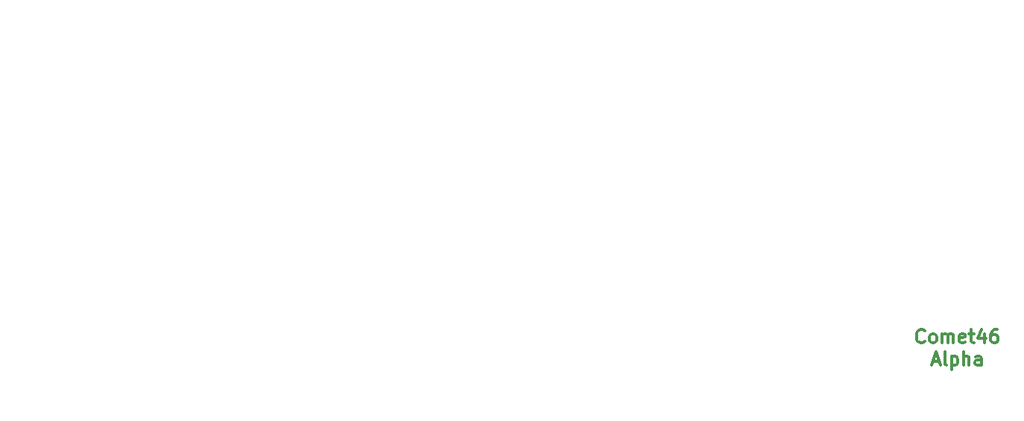
<source format=gto>
G04 #@! TF.FileFunction,Legend,Top*
%FSLAX46Y46*%
G04 Gerber Fmt 4.6, Leading zero omitted, Abs format (unit mm)*
G04 Created by KiCad (PCBNEW 4.0.7) date 06/20/18 00:35:28*
%MOMM*%
%LPD*%
G01*
G04 APERTURE LIST*
%ADD10C,0.100000*%
%ADD11C,0.300000*%
%ADD12C,0.125000*%
%ADD13C,2.400000*%
G04 APERTURE END LIST*
D10*
D11*
X188563715Y-104162714D02*
X188492286Y-104234143D01*
X188278000Y-104305571D01*
X188135143Y-104305571D01*
X187920858Y-104234143D01*
X187778000Y-104091286D01*
X187706572Y-103948429D01*
X187635143Y-103662714D01*
X187635143Y-103448429D01*
X187706572Y-103162714D01*
X187778000Y-103019857D01*
X187920858Y-102877000D01*
X188135143Y-102805571D01*
X188278000Y-102805571D01*
X188492286Y-102877000D01*
X188563715Y-102948429D01*
X189420858Y-104305571D02*
X189278000Y-104234143D01*
X189206572Y-104162714D01*
X189135143Y-104019857D01*
X189135143Y-103591286D01*
X189206572Y-103448429D01*
X189278000Y-103377000D01*
X189420858Y-103305571D01*
X189635143Y-103305571D01*
X189778000Y-103377000D01*
X189849429Y-103448429D01*
X189920858Y-103591286D01*
X189920858Y-104019857D01*
X189849429Y-104162714D01*
X189778000Y-104234143D01*
X189635143Y-104305571D01*
X189420858Y-104305571D01*
X190563715Y-104305571D02*
X190563715Y-103305571D01*
X190563715Y-103448429D02*
X190635143Y-103377000D01*
X190778001Y-103305571D01*
X190992286Y-103305571D01*
X191135143Y-103377000D01*
X191206572Y-103519857D01*
X191206572Y-104305571D01*
X191206572Y-103519857D02*
X191278001Y-103377000D01*
X191420858Y-103305571D01*
X191635143Y-103305571D01*
X191778001Y-103377000D01*
X191849429Y-103519857D01*
X191849429Y-104305571D01*
X193135143Y-104234143D02*
X192992286Y-104305571D01*
X192706572Y-104305571D01*
X192563715Y-104234143D01*
X192492286Y-104091286D01*
X192492286Y-103519857D01*
X192563715Y-103377000D01*
X192706572Y-103305571D01*
X192992286Y-103305571D01*
X193135143Y-103377000D01*
X193206572Y-103519857D01*
X193206572Y-103662714D01*
X192492286Y-103805571D01*
X193635143Y-103305571D02*
X194206572Y-103305571D01*
X193849429Y-102805571D02*
X193849429Y-104091286D01*
X193920857Y-104234143D01*
X194063715Y-104305571D01*
X194206572Y-104305571D01*
X195349429Y-103305571D02*
X195349429Y-104305571D01*
X194992286Y-102734143D02*
X194635143Y-103805571D01*
X195563715Y-103805571D01*
X196778000Y-102805571D02*
X196492286Y-102805571D01*
X196349429Y-102877000D01*
X196278000Y-102948429D01*
X196135143Y-103162714D01*
X196063714Y-103448429D01*
X196063714Y-104019857D01*
X196135143Y-104162714D01*
X196206571Y-104234143D01*
X196349429Y-104305571D01*
X196635143Y-104305571D01*
X196778000Y-104234143D01*
X196849429Y-104162714D01*
X196920857Y-104019857D01*
X196920857Y-103662714D01*
X196849429Y-103519857D01*
X196778000Y-103448429D01*
X196635143Y-103377000D01*
X196349429Y-103377000D01*
X196206571Y-103448429D01*
X196135143Y-103519857D01*
X196063714Y-103662714D01*
X189492286Y-106427000D02*
X190206572Y-106427000D01*
X189349429Y-106855571D02*
X189849429Y-105355571D01*
X190349429Y-106855571D01*
X191063715Y-106855571D02*
X190920857Y-106784143D01*
X190849429Y-106641286D01*
X190849429Y-105355571D01*
X191635143Y-105855571D02*
X191635143Y-107355571D01*
X191635143Y-105927000D02*
X191778000Y-105855571D01*
X192063714Y-105855571D01*
X192206571Y-105927000D01*
X192278000Y-105998429D01*
X192349429Y-106141286D01*
X192349429Y-106569857D01*
X192278000Y-106712714D01*
X192206571Y-106784143D01*
X192063714Y-106855571D01*
X191778000Y-106855571D01*
X191635143Y-106784143D01*
X192992286Y-106855571D02*
X192992286Y-105355571D01*
X193635143Y-106855571D02*
X193635143Y-106069857D01*
X193563714Y-105927000D01*
X193420857Y-105855571D01*
X193206572Y-105855571D01*
X193063714Y-105927000D01*
X192992286Y-105998429D01*
X194992286Y-106855571D02*
X194992286Y-106069857D01*
X194920857Y-105927000D01*
X194778000Y-105855571D01*
X194492286Y-105855571D01*
X194349429Y-105927000D01*
X194992286Y-106784143D02*
X194849429Y-106855571D01*
X194492286Y-106855571D01*
X194349429Y-106784143D01*
X194278000Y-106641286D01*
X194278000Y-106498429D01*
X194349429Y-106355571D01*
X194492286Y-106284143D01*
X194849429Y-106284143D01*
X194992286Y-106212714D01*
D12*
X86360048Y-70973190D02*
X86360048Y-71377952D01*
X86383857Y-71425571D01*
X86407667Y-71449381D01*
X86455286Y-71473190D01*
X86550524Y-71473190D01*
X86598143Y-71449381D01*
X86621952Y-71425571D01*
X86645762Y-71377952D01*
X86645762Y-70973190D01*
X86836239Y-70973190D02*
X87145762Y-70973190D01*
X86979096Y-71163667D01*
X87050524Y-71163667D01*
X87098143Y-71187476D01*
X87121953Y-71211286D01*
X87145762Y-71258905D01*
X87145762Y-71377952D01*
X87121953Y-71425571D01*
X87098143Y-71449381D01*
X87050524Y-71473190D01*
X86907667Y-71473190D01*
X86860048Y-71449381D01*
X86836239Y-71425571D01*
X86360048Y-90023190D02*
X86360048Y-90427952D01*
X86383857Y-90475571D01*
X86407667Y-90499381D01*
X86455286Y-90523190D01*
X86550524Y-90523190D01*
X86598143Y-90499381D01*
X86621952Y-90475571D01*
X86645762Y-90427952D01*
X86645762Y-90023190D01*
X87098143Y-90189857D02*
X87098143Y-90523190D01*
X86979096Y-89999381D02*
X86860048Y-90356524D01*
X87169572Y-90356524D01*
X143510048Y-66528190D02*
X143510048Y-66932952D01*
X143533857Y-66980571D01*
X143557667Y-67004381D01*
X143605286Y-67028190D01*
X143700524Y-67028190D01*
X143748143Y-67004381D01*
X143771952Y-66980571D01*
X143795762Y-66932952D01*
X143795762Y-66528190D01*
X144271953Y-66528190D02*
X144033858Y-66528190D01*
X144010048Y-66766286D01*
X144033858Y-66742476D01*
X144081477Y-66718667D01*
X144200524Y-66718667D01*
X144248143Y-66742476D01*
X144271953Y-66766286D01*
X144295762Y-66813905D01*
X144295762Y-66932952D01*
X144271953Y-66980571D01*
X144248143Y-67004381D01*
X144200524Y-67028190D01*
X144081477Y-67028190D01*
X144033858Y-67004381D01*
X144010048Y-66980571D01*
X182626048Y-79355190D02*
X182626048Y-79759952D01*
X182649857Y-79807571D01*
X182673667Y-79831381D01*
X182721286Y-79855190D01*
X182816524Y-79855190D01*
X182864143Y-79831381D01*
X182887952Y-79807571D01*
X182911762Y-79759952D01*
X182911762Y-79355190D01*
X183364143Y-79355190D02*
X183268905Y-79355190D01*
X183221286Y-79379000D01*
X183197477Y-79402810D01*
X183149858Y-79474238D01*
X183126048Y-79569476D01*
X183126048Y-79759952D01*
X183149858Y-79807571D01*
X183173667Y-79831381D01*
X183221286Y-79855190D01*
X183316524Y-79855190D01*
X183364143Y-79831381D01*
X183387953Y-79807571D01*
X183411762Y-79759952D01*
X183411762Y-79640905D01*
X183387953Y-79593286D01*
X183364143Y-79569476D01*
X183316524Y-79545667D01*
X183221286Y-79545667D01*
X183173667Y-79569476D01*
X183149858Y-79593286D01*
X183126048Y-79640905D01*
X182753048Y-111486190D02*
X182753048Y-111890952D01*
X182776857Y-111938571D01*
X182800667Y-111962381D01*
X182848286Y-111986190D01*
X182943524Y-111986190D01*
X182991143Y-111962381D01*
X183014952Y-111938571D01*
X183038762Y-111890952D01*
X183038762Y-111486190D01*
X183229239Y-111486190D02*
X183562572Y-111486190D01*
X183348286Y-111986190D01*
%LPC*%
D13*
X86741000Y-71247000D03*
X86741000Y-90297000D03*
X143891000Y-66802000D03*
X183007000Y-79629000D03*
X183134000Y-111760000D03*
M02*

</source>
